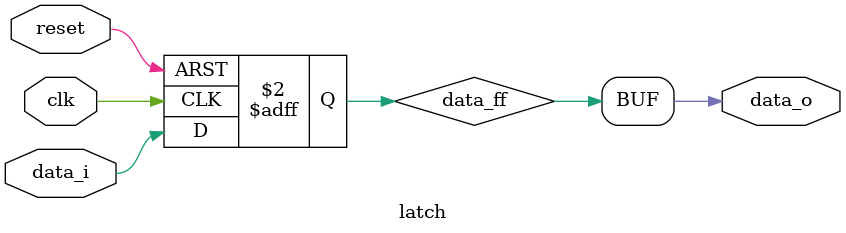
<source format=sv>
`default_nettype none

module latch #(
  parameter DATA_W = 1
)(
  input clk,
  input reset,

  input  [DATA_W-1:0]data_i,
  output [DATA_W-1:0]data_o
);

  reg [DATA_W-1:0]data_ff;

  assign data_o = data_ff;

  always_ff @(posedge clk or posedge reset) begin
    if (reset) begin
      data_ff <= 0;
    end else begin
      data_ff <= data_i;
    end
  end

endmodule

`default_nettype wire

</source>
